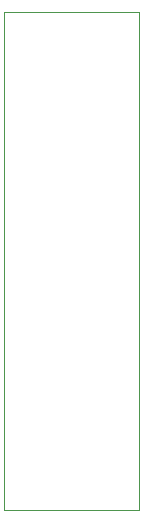
<source format=gbr>
G04 #@! TF.GenerationSoftware,KiCad,Pcbnew,5.1.5+dfsg1-2build2*
G04 #@! TF.CreationDate,2023-02-25T19:10:51+00:00*
G04 #@! TF.ProjectId,video-ram-replacement,76696465-6f2d-4726-916d-2d7265706c61,rev?*
G04 #@! TF.SameCoordinates,Original*
G04 #@! TF.FileFunction,Profile,NP*
%FSLAX46Y46*%
G04 Gerber Fmt 4.6, Leading zero omitted, Abs format (unit mm)*
G04 Created by KiCad (PCBNEW 5.1.5+dfsg1-2build2) date 2023-02-25 19:10:51*
%MOMM*%
%LPD*%
G04 APERTURE LIST*
%ADD10C,0.050000*%
G04 APERTURE END LIST*
D10*
X107569000Y-127000000D02*
X96139000Y-127000000D01*
X107569000Y-124028200D02*
X107569000Y-127000000D01*
X96139000Y-124028200D02*
X96139000Y-127000000D01*
X96139000Y-120396000D02*
X96139000Y-122758200D01*
X107569000Y-120396000D02*
X107569000Y-122758200D01*
X107569000Y-124028200D02*
X107569000Y-122758200D01*
X96139000Y-122758200D02*
X96139000Y-124028200D01*
X96139000Y-84836000D02*
X96139000Y-120396000D01*
X107569000Y-84836000D02*
X96139000Y-84836000D01*
X107569000Y-120396000D02*
X107569000Y-84836000D01*
M02*

</source>
